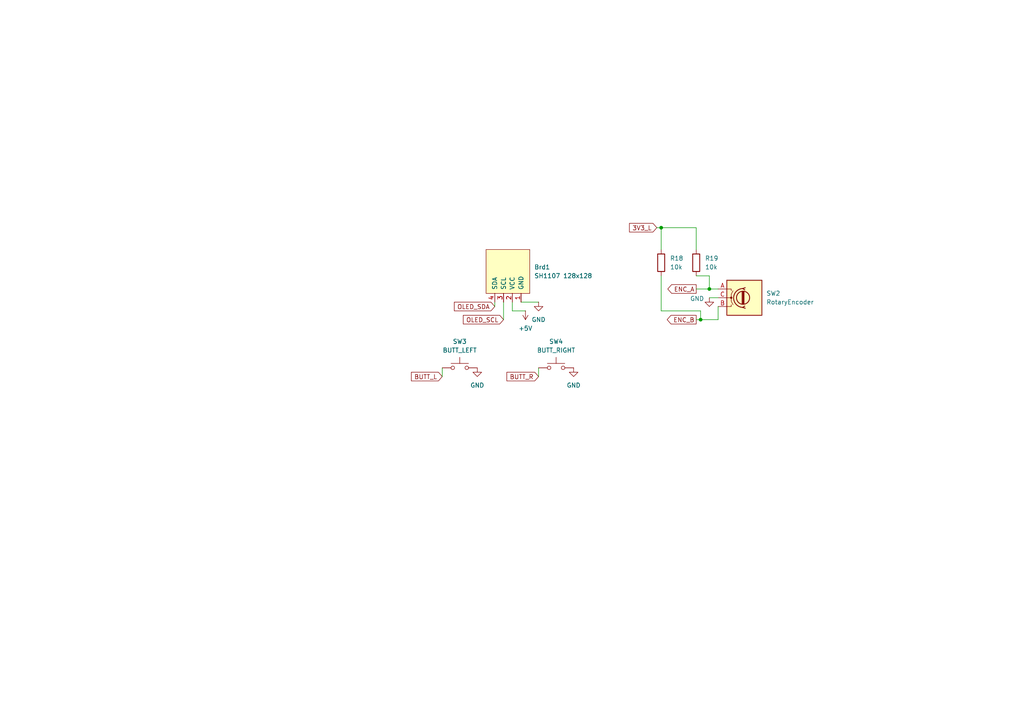
<source format=kicad_sch>
(kicad_sch (version 20231120) (generator "eeschema") (generator_version "8.0")
  (paper "A4")
  (lib_symbols
    (symbol "Device:R" (pin_numbers hide) (pin_names (offset 0))
      (property "Reference" "R" (at 2.032 0 90))
      (property "Value" "R" (at 0 0 90))
      (symbol "R_0_1"
        (rectangle (start -1.016 -2.54) (end 1.016 2.54) (stroke (width 0.254)))
      )
      (symbol "R_1_1"
        (pin passive line (at 0 3.81 270) (length 1.27) (name "~") (number "1"))
        (pin passive line (at 0 -3.81 90) (length 1.27) (name "~") (number "2"))
      )
    )
    (symbol "Device:RotaryEncoder" (pin_names (offset 0.254) hide)
      (property "Reference" "SW" (at 0 6.604 0))
      (property "Value" "RotaryEncoder" (at 0 -6.604 0))
      (symbol "RotaryEncoder_0_1"
        (rectangle (start -5.08 5.08) (end 5.08 -5.08) (stroke (width 0.254)) (fill (type background)))
        (circle (center -3.81 0) (radius 0.254) (fill (type outline)))
        (circle (center -0.381 0) (radius 1.905) (stroke (width 0.254)))
        (arc (start -0.381 2.667) (mid -3.0988 -0.0635) (end -0.381 -2.794) (stroke (width 0.254)))
        (polyline (pts (xy -0.635 -1.778) (xy -0.635 1.778)) (stroke (width 0.254)))
        (polyline (pts (xy -0.381 -1.778) (xy -0.381 1.778)) (stroke (width 0.254)))
        (polyline (pts (xy -0.127 1.778) (xy -0.127 -1.778)) (stroke (width 0.254)))
        (polyline (pts (xy -5.08 -2.54) (xy -3.81 -2.54) (xy -3.81 -2.032)))
        (polyline (pts (xy -5.08 2.54) (xy -3.81 2.54) (xy -3.81 2.032)))
        (polyline (pts (xy 0.254 -3.048) (xy -0.508 -2.794) (xy 0.127 -2.413)) (stroke (width 0.254)))
        (polyline (pts (xy 0.254 2.921) (xy -0.508 2.667) (xy 0.127 2.286)) (stroke (width 0.254)))
        (polyline (pts (xy -5.08 0) (xy -3.81 0) (xy -3.81 -1.016) (xy -3.302 -2.032)))
        (polyline (pts (xy -4.318 0) (xy -3.81 0) (xy -3.81 1.016) (xy -3.302 2.032)))
      )
      (symbol "RotaryEncoder_1_1"
        (pin passive line (at -7.62 2.54 0) (length 2.54) (name "A") (number "A"))
        (pin passive line (at -7.62 -2.54 0) (length 2.54) (name "B") (number "B"))
        (pin passive line (at -7.62 0 0) (length 2.54) (name "C") (number "C"))
      )
    )
    (symbol "SSD1306-128x64_OLED:SSD1306" (pin_names (offset 1.016))
      (property "Reference" "Brd" (at 0 -3.81 0))
      (property "Value" "SSD1306" (at 0 -1.27 0))
      (symbol "SSD1306_0_1"
        (rectangle (start -6.35 6.35) (end 6.35 -6.35) (fill (type background)))
      )
      (symbol "SSD1306_1_1"
        (pin input line (at -3.81 8.89 270) (length 2.54) (name "GND") (number "1"))
        (pin input line (at -1.27 8.89 270) (length 2.54) (name "VCC") (number "2"))
        (pin input line (at 1.27 8.89 270) (length 2.54) (name "SCL") (number "3"))
        (pin input line (at 3.81 8.89 270) (length 2.54) (name "SDA") (number "4"))
      )
    )
    (symbol "Switch:SW_Push" (pin_numbers hide) (pin_names (offset 1.016) hide)
      (property "Reference" "SW" (at 1.27 2.54 0))
      (property "Value" "SW_Push" (at 0 -1.524 0))
      (symbol "SW_Push_0_1"
        (circle (center -2.032 0) (radius 0.508))
        (polyline (pts (xy 0 1.27) (xy 0 3.048)))
        (polyline (pts (xy 2.54 1.27) (xy -2.54 1.27)))
        (circle (center 2.032 0) (radius 0.508))
        (pin passive line (at -5.08 0 0) (length 2.54) (name "1") (number "1"))
        (pin passive line (at 5.08 0 180) (length 2.54) (name "2") (number "2"))
      )
    )
    (symbol "power:+5V" (power) (pin_numbers hide) (pin_names (offset 0) hide)
      (property "Value" "+5V" (at 0 3.556 0))
      (symbol "+5V_0_1"
        (polyline (pts (xy -0.762 1.27) (xy 0 2.54)))
        (polyline (pts (xy 0 0) (xy 0 2.54)))
        (polyline (pts (xy 0 2.54) (xy 0.762 1.27)))
      )
      (symbol "+5V_1_1"
        (pin power_in line (at 0 0 90) (length 0) (name "~") (number "1"))
      )
    )
    (symbol "power:GND" (power) (pin_numbers hide) (pin_names (offset 0) hide)
      (property "Value" "GND" (at 0 -3.81 0))
      (symbol "GND_0_1"
        (polyline (pts (xy 0 0) (xy 0 -1.27) (xy 1.27 -1.27) (xy 0 -2.54) (xy -1.27 -1.27) (xy 0 -1.27)))
      )
      (symbol "GND_1_1"
        (pin power_in line (at 0 0 270) (length 0) (name "~") (number "1"))
      )
    )
  )
  (junction (at 205.74 83.82))
  (junction (at 191.77 66.04))
  (junction (at 203.2 92.71))
  (wire (pts (xy 143.51 88.9) (xy 143.51 87.63)))
  (wire (pts (xy 156.21 109.22) (xy 156.21 106.68)))
  (wire (pts (xy 201.93 80.01) (xy 205.74 80.01)))
  (wire (pts (xy 208.28 92.71) (xy 203.2 92.71)))
  (wire (pts (xy 203.2 90.17) (xy 203.2 92.71)))
  (wire (pts (xy 128.27 109.22) (xy 128.27 106.68)))
  (wire (pts (xy 205.74 80.01) (xy 205.74 83.82)))
  (wire (pts (xy 190.5 66.04) (xy 191.77 66.04)))
  (wire (pts (xy 191.77 66.04) (xy 191.77 72.39)))
  (wire (pts (xy 208.28 88.9) (xy 208.28 92.71)))
  (wire (pts (xy 201.93 66.04) (xy 191.77 66.04)))
  (wire (pts (xy 208.28 83.82) (xy 205.74 83.82)))
  (wire (pts (xy 191.77 90.17) (xy 203.2 90.17)))
  (wire (pts (xy 203.2 92.71) (xy 201.93 92.71)))
  (wire (pts (xy 156.21 87.63) (xy 151.13 87.63)))
  (wire (pts (xy 191.77 80.01) (xy 191.77 90.17)))
  (wire (pts (xy 148.59 87.63) (xy 148.59 90.17)))
  (wire (pts (xy 146.05 92.71) (xy 146.05 87.63)))
  (wire (pts (xy 148.59 90.17) (xy 152.4 90.17)))
  (wire (pts (xy 208.28 86.36) (xy 205.74 86.36)))
  (wire (pts (xy 201.93 72.39) (xy 201.93 66.04)))
  (wire (pts (xy 205.74 83.82) (xy 201.93 83.82)))
  (global_label "BUTT_R" (shape input) (at 156.21 109.22 180) (property "Intersheetrefs" "${INTERSHEET_REFS}" (effects (hide yes))))
  (global_label "ENC_A" (shape output) (at 201.93 83.82 180) (property "Intersheetrefs" "${INTERSHEET_REFS}" (effects (hide yes))))
  (global_label "OLED_SDA" (shape input) (at 143.51 88.9 180) (property "Intersheetrefs" "${INTERSHEET_REFS}" (effects (hide yes))))
  (global_label "BUTT_L" (shape input) (at 128.27 109.22 180) (property "Intersheetrefs" "${INTERSHEET_REFS}" (effects (hide yes))))
  (global_label "ENC_B" (shape output) (at 201.93 92.71 180) (property "Intersheetrefs" "${INTERSHEET_REFS}" (effects (hide yes))))
  (global_label "3V3_L" (shape input) (at 190.5 66.04 180) (property "Intersheetrefs" "${INTERSHEET_REFS}" (effects (hide yes))))
  (global_label "OLED_SCL" (shape input) (at 146.05 92.71 180) (property "Intersheetrefs" "${INTERSHEET_REFS}" (effects (hide yes))))
  (symbol (lib_id "Switch:SW_Push") (at 133.35 106.68 0) (unit 1)
    (property "Reference" "SW3" (at 133.35 99.06 0))
    (property "Value" "BUTT_LEFT" (at 133.35 101.6 0))
    (property "Description" "Push button switch, generic, two pins" (effects (hide yes)))
  )
  (symbol (lib_id "SSD1306-128x64_OLED:SSD1306") (at 147.32 78.74 180) (unit 1)
    (property "Reference" "Brd1" (at 154.94 77.4699 0) (effects (justify right)))
    (property "Value" "SH1107 128x128" (at 154.94 80.0099 0) (effects (justify right)))
    (property "Description" "SH1107 128x128 OLED I2C module" (effects (hide yes)))
  )
  (symbol (lib_id "Device:R") (at 191.77 76.2 0) (unit 1)
    (property "Reference" "R18" (at 194.31 74.9299 0) (effects (justify left)))
    (property "Value" "10k" (at 194.31 77.4699 0) (effects (justify left)))
    (property "Description" "Resistor" (effects (hide yes)))
  )
  (symbol (lib_id "Device:RotaryEncoder") (at 215.9 86.36 0) (unit 1)
    (property "Reference" "SW2" (at 222.25 85.0899 0) (effects (justify left)))
    (property "Value" "RotaryEncoder" (at 222.25 87.6299 0) (effects (justify left)))
    (property "Description" "Rotary encoder, dual channel, incremental quadrate outputs" (effects (hide yes)))
  )
  (symbol (lib_id "power:GND") (at 205.74 86.36 0) (unit 1)
    (property "Reference" "#PWR056" (effects (hide yes)))
    (property "Value" "GND" (at 202.184 86.614 0))
    (property "Description" "Power symbol creates a global label with name \"GND\" , ground" (effects (hide yes)))
  )
  (symbol (lib_id "power:GND") (at 166.37 106.68 0) (unit 1)
    (property "Reference" "#PWR053" (effects (hide yes)))
    (property "Value" "GND" (at 166.37 111.76 0))
    (property "Description" "Power symbol creates a global label with name \"GND\" , ground" (effects (hide yes)))
  )
  (symbol (lib_id "power:+5V") (at 152.4 90.17 180) (unit 1)
    (property "Reference" "#PWR055" (effects (hide yes)))
    (property "Value" "+5V" (at 152.4 95.25 0))
    (property "Description" "Power symbol creates a global label with name \"+5V\"" (effects (hide yes)))
  )
  (symbol (lib_id "power:GND") (at 138.43 106.68 0) (unit 1)
    (property "Reference" "#PWR046" (effects (hide yes)))
    (property "Value" "GND" (at 138.43 111.76 0))
    (property "Description" "Power symbol creates a global label with name \"GND\" , ground" (effects (hide yes)))
  )
  (symbol (lib_id "Switch:SW_Push") (at 161.29 106.68 0) (unit 1)
    (property "Reference" "SW4" (at 161.29 99.06 0))
    (property "Value" "BUTT_RIGHT" (at 161.29 101.6 0))
    (property "Description" "Push button switch, generic, two pins" (effects (hide yes)))
  )
  (symbol (lib_id "Device:R") (at 201.93 76.2 0) (unit 1)
    (property "Reference" "R19" (at 204.47 74.9299 0) (effects (justify left)))
    (property "Value" "10k" (at 204.47 77.4699 0) (effects (justify left)))
    (property "Description" "Resistor" (effects (hide yes)))
  )
  (symbol (lib_id "power:GND") (at 156.21 87.63 0) (unit 1)
    (property "Reference" "#PWR054" (effects (hide yes)))
    (property "Value" "GND" (at 156.21 92.71 0))
    (property "Description" "Power symbol creates a global label with name \"GND\" , ground" (effects (hide yes)))
  )
)
</source>
